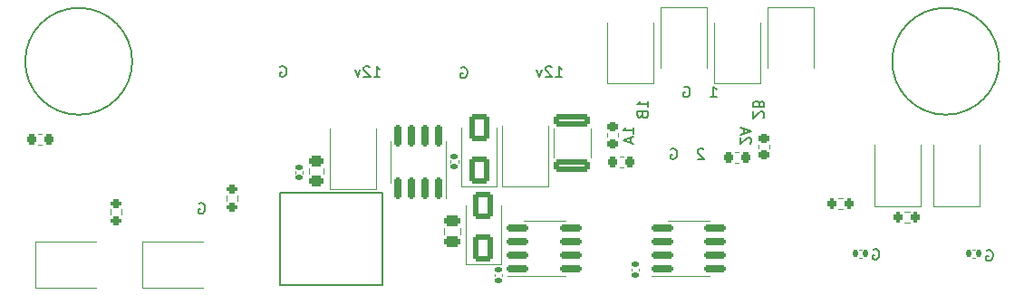
<source format=gbo>
G04 #@! TF.GenerationSoftware,KiCad,Pcbnew,7.0.2-6a45011f42~172~ubuntu22.04.1*
G04 #@! TF.CreationDate,2023-05-14T21:03:13-06:00*
G04 #@! TF.ProjectId,pole-node,706f6c65-2d6e-46f6-9465-2e6b69636164,rev?*
G04 #@! TF.SameCoordinates,Original*
G04 #@! TF.FileFunction,Legend,Bot*
G04 #@! TF.FilePolarity,Positive*
%FSLAX46Y46*%
G04 Gerber Fmt 4.6, Leading zero omitted, Abs format (unit mm)*
G04 Created by KiCad (PCBNEW 7.0.2-6a45011f42~172~ubuntu22.04.1) date 2023-05-14 21:03:13*
%MOMM*%
%LPD*%
G01*
G04 APERTURE LIST*
G04 Aperture macros list*
%AMRoundRect*
0 Rectangle with rounded corners*
0 $1 Rounding radius*
0 $2 $3 $4 $5 $6 $7 $8 $9 X,Y pos of 4 corners*
0 Add a 4 corners polygon primitive as box body*
4,1,4,$2,$3,$4,$5,$6,$7,$8,$9,$2,$3,0*
0 Add four circle primitives for the rounded corners*
1,1,$1+$1,$2,$3*
1,1,$1+$1,$4,$5*
1,1,$1+$1,$6,$7*
1,1,$1+$1,$8,$9*
0 Add four rect primitives between the rounded corners*
20,1,$1+$1,$2,$3,$4,$5,0*
20,1,$1+$1,$4,$5,$6,$7,0*
20,1,$1+$1,$6,$7,$8,$9,0*
20,1,$1+$1,$8,$9,$2,$3,0*%
G04 Aperture macros list end*
%ADD10C,0.150000*%
%ADD11C,0.120000*%
%ADD12RoundRect,0.150000X0.150000X-0.825000X0.150000X0.825000X-0.150000X0.825000X-0.150000X-0.825000X0*%
%ADD13O,6.030000X2.070000*%
%ADD14R,1.700000X1.700000*%
%ADD15O,1.700000X1.700000*%
%ADD16C,5.200000*%
%ADD17C,3.200000*%
%ADD18R,1.500000X1.500000*%
%ADD19C,1.500000*%
%ADD20R,2.000000X2.000000*%
%ADD21C,2.000000*%
%ADD22RoundRect,0.243750X0.456250X-0.243750X0.456250X0.243750X-0.456250X0.243750X-0.456250X-0.243750X0*%
%ADD23RoundRect,0.218750X0.256250X-0.218750X0.256250X0.218750X-0.256250X0.218750X-0.256250X-0.218750X0*%
%ADD24RoundRect,0.140000X0.170000X-0.140000X0.170000X0.140000X-0.170000X0.140000X-0.170000X-0.140000X0*%
%ADD25RoundRect,0.250000X0.650000X-1.000000X0.650000X1.000000X-0.650000X1.000000X-0.650000X-1.000000X0*%
%ADD26R,2.400000X3.500000*%
%ADD27RoundRect,0.218750X0.218750X0.256250X-0.218750X0.256250X-0.218750X-0.256250X0.218750X-0.256250X0*%
%ADD28RoundRect,0.218750X-0.256250X0.218750X-0.256250X-0.218750X0.256250X-0.218750X0.256250X0.218750X0*%
%ADD29RoundRect,0.218750X-0.218750X-0.256250X0.218750X-0.256250X0.218750X0.256250X-0.218750X0.256250X0*%
%ADD30RoundRect,0.150000X-0.825000X-0.150000X0.825000X-0.150000X0.825000X0.150000X-0.825000X0.150000X0*%
%ADD31R,2.300000X2.500000*%
%ADD32RoundRect,0.140000X-0.140000X-0.170000X0.140000X-0.170000X0.140000X0.170000X-0.140000X0.170000X0*%
%ADD33R,2.500000X2.300000*%
%ADD34RoundRect,0.200000X-0.275000X0.200000X-0.275000X-0.200000X0.275000X-0.200000X0.275000X0.200000X0*%
%ADD35RoundRect,0.200000X0.200000X0.275000X-0.200000X0.275000X-0.200000X-0.275000X0.200000X-0.275000X0*%
%ADD36RoundRect,0.250000X-0.475000X0.250000X-0.475000X-0.250000X0.475000X-0.250000X0.475000X0.250000X0*%
%ADD37RoundRect,0.200000X0.275000X-0.200000X0.275000X0.200000X-0.275000X0.200000X-0.275000X-0.200000X0*%
%ADD38RoundRect,0.250000X-1.450000X0.312500X-1.450000X-0.312500X1.450000X-0.312500X1.450000X0.312500X0*%
G04 APERTURE END LIST*
D10*
X128338095Y-73710238D02*
X128433333Y-73662619D01*
X128433333Y-73662619D02*
X128576190Y-73662619D01*
X128576190Y-73662619D02*
X128719047Y-73710238D01*
X128719047Y-73710238D02*
X128814285Y-73805476D01*
X128814285Y-73805476D02*
X128861904Y-73900714D01*
X128861904Y-73900714D02*
X128909523Y-74091190D01*
X128909523Y-74091190D02*
X128909523Y-74234047D01*
X128909523Y-74234047D02*
X128861904Y-74424523D01*
X128861904Y-74424523D02*
X128814285Y-74519761D01*
X128814285Y-74519761D02*
X128719047Y-74615000D01*
X128719047Y-74615000D02*
X128576190Y-74662619D01*
X128576190Y-74662619D02*
X128480952Y-74662619D01*
X128480952Y-74662619D02*
X128338095Y-74615000D01*
X128338095Y-74615000D02*
X128290476Y-74567380D01*
X128290476Y-74567380D02*
X128290476Y-74234047D01*
X128290476Y-74234047D02*
X128480952Y-74234047D01*
X117738095Y-73610238D02*
X117833333Y-73562619D01*
X117833333Y-73562619D02*
X117976190Y-73562619D01*
X117976190Y-73562619D02*
X118119047Y-73610238D01*
X118119047Y-73610238D02*
X118214285Y-73705476D01*
X118214285Y-73705476D02*
X118261904Y-73800714D01*
X118261904Y-73800714D02*
X118309523Y-73991190D01*
X118309523Y-73991190D02*
X118309523Y-74134047D01*
X118309523Y-74134047D02*
X118261904Y-74324523D01*
X118261904Y-74324523D02*
X118214285Y-74419761D01*
X118214285Y-74419761D02*
X118119047Y-74515000D01*
X118119047Y-74515000D02*
X117976190Y-74562619D01*
X117976190Y-74562619D02*
X117880952Y-74562619D01*
X117880952Y-74562619D02*
X117738095Y-74515000D01*
X117738095Y-74515000D02*
X117690476Y-74467380D01*
X117690476Y-74467380D02*
X117690476Y-74134047D01*
X117690476Y-74134047D02*
X117880952Y-74134047D01*
X54738095Y-69310238D02*
X54833333Y-69262619D01*
X54833333Y-69262619D02*
X54976190Y-69262619D01*
X54976190Y-69262619D02*
X55119047Y-69310238D01*
X55119047Y-69310238D02*
X55214285Y-69405476D01*
X55214285Y-69405476D02*
X55261904Y-69500714D01*
X55261904Y-69500714D02*
X55309523Y-69691190D01*
X55309523Y-69691190D02*
X55309523Y-69834047D01*
X55309523Y-69834047D02*
X55261904Y-70024523D01*
X55261904Y-70024523D02*
X55214285Y-70119761D01*
X55214285Y-70119761D02*
X55119047Y-70215000D01*
X55119047Y-70215000D02*
X54976190Y-70262619D01*
X54976190Y-70262619D02*
X54880952Y-70262619D01*
X54880952Y-70262619D02*
X54738095Y-70215000D01*
X54738095Y-70215000D02*
X54690476Y-70167380D01*
X54690476Y-70167380D02*
X54690476Y-69834047D01*
X54690476Y-69834047D02*
X54880952Y-69834047D01*
X98838095Y-64210238D02*
X98933333Y-64162619D01*
X98933333Y-64162619D02*
X99076190Y-64162619D01*
X99076190Y-64162619D02*
X99219047Y-64210238D01*
X99219047Y-64210238D02*
X99314285Y-64305476D01*
X99314285Y-64305476D02*
X99361904Y-64400714D01*
X99361904Y-64400714D02*
X99409523Y-64591190D01*
X99409523Y-64591190D02*
X99409523Y-64734047D01*
X99409523Y-64734047D02*
X99361904Y-64924523D01*
X99361904Y-64924523D02*
X99314285Y-65019761D01*
X99314285Y-65019761D02*
X99219047Y-65115000D01*
X99219047Y-65115000D02*
X99076190Y-65162619D01*
X99076190Y-65162619D02*
X98980952Y-65162619D01*
X98980952Y-65162619D02*
X98838095Y-65115000D01*
X98838095Y-65115000D02*
X98790476Y-65067380D01*
X98790476Y-65067380D02*
X98790476Y-64734047D01*
X98790476Y-64734047D02*
X98980952Y-64734047D01*
X102514285Y-59362619D02*
X103085713Y-59362619D01*
X102799999Y-59362619D02*
X102799999Y-58362619D01*
X102799999Y-58362619D02*
X102895237Y-58505476D01*
X102895237Y-58505476D02*
X102990475Y-58600714D01*
X102990475Y-58600714D02*
X103085713Y-58648333D01*
X71071428Y-57462619D02*
X71642856Y-57462619D01*
X71357142Y-57462619D02*
X71357142Y-56462619D01*
X71357142Y-56462619D02*
X71452380Y-56605476D01*
X71452380Y-56605476D02*
X71547618Y-56700714D01*
X71547618Y-56700714D02*
X71642856Y-56748333D01*
X70690475Y-56557857D02*
X70642856Y-56510238D01*
X70642856Y-56510238D02*
X70547618Y-56462619D01*
X70547618Y-56462619D02*
X70309523Y-56462619D01*
X70309523Y-56462619D02*
X70214285Y-56510238D01*
X70214285Y-56510238D02*
X70166666Y-56557857D01*
X70166666Y-56557857D02*
X70119047Y-56653095D01*
X70119047Y-56653095D02*
X70119047Y-56748333D01*
X70119047Y-56748333D02*
X70166666Y-56891190D01*
X70166666Y-56891190D02*
X70738094Y-57462619D01*
X70738094Y-57462619D02*
X70119047Y-57462619D01*
X69785713Y-56795952D02*
X69547618Y-57462619D01*
X69547618Y-57462619D02*
X69309523Y-56795952D01*
X95362619Y-62757142D02*
X95362619Y-62185714D01*
X95362619Y-62471428D02*
X94362619Y-62471428D01*
X94362619Y-62471428D02*
X94505476Y-62376190D01*
X94505476Y-62376190D02*
X94600714Y-62280952D01*
X94600714Y-62280952D02*
X94648333Y-62185714D01*
X95076904Y-63138095D02*
X95076904Y-63614285D01*
X95362619Y-63042857D02*
X94362619Y-63376190D01*
X94362619Y-63376190D02*
X95362619Y-63709523D01*
X100038095Y-58410238D02*
X100133333Y-58362619D01*
X100133333Y-58362619D02*
X100276190Y-58362619D01*
X100276190Y-58362619D02*
X100419047Y-58410238D01*
X100419047Y-58410238D02*
X100514285Y-58505476D01*
X100514285Y-58505476D02*
X100561904Y-58600714D01*
X100561904Y-58600714D02*
X100609523Y-58791190D01*
X100609523Y-58791190D02*
X100609523Y-58934047D01*
X100609523Y-58934047D02*
X100561904Y-59124523D01*
X100561904Y-59124523D02*
X100514285Y-59219761D01*
X100514285Y-59219761D02*
X100419047Y-59315000D01*
X100419047Y-59315000D02*
X100276190Y-59362619D01*
X100276190Y-59362619D02*
X100180952Y-59362619D01*
X100180952Y-59362619D02*
X100038095Y-59315000D01*
X100038095Y-59315000D02*
X99990476Y-59267380D01*
X99990476Y-59267380D02*
X99990476Y-58934047D01*
X99990476Y-58934047D02*
X100180952Y-58934047D01*
X96662619Y-60285714D02*
X96662619Y-59714286D01*
X96662619Y-60000000D02*
X95662619Y-60000000D01*
X95662619Y-60000000D02*
X95805476Y-59904762D01*
X95805476Y-59904762D02*
X95900714Y-59809524D01*
X95900714Y-59809524D02*
X95948333Y-59714286D01*
X96138809Y-61047619D02*
X96186428Y-61190476D01*
X96186428Y-61190476D02*
X96234047Y-61238095D01*
X96234047Y-61238095D02*
X96329285Y-61285714D01*
X96329285Y-61285714D02*
X96472142Y-61285714D01*
X96472142Y-61285714D02*
X96567380Y-61238095D01*
X96567380Y-61238095D02*
X96615000Y-61190476D01*
X96615000Y-61190476D02*
X96662619Y-61095238D01*
X96662619Y-61095238D02*
X96662619Y-60714286D01*
X96662619Y-60714286D02*
X95662619Y-60714286D01*
X95662619Y-60714286D02*
X95662619Y-61047619D01*
X95662619Y-61047619D02*
X95710238Y-61142857D01*
X95710238Y-61142857D02*
X95757857Y-61190476D01*
X95757857Y-61190476D02*
X95853095Y-61238095D01*
X95853095Y-61238095D02*
X95948333Y-61238095D01*
X95948333Y-61238095D02*
X96043571Y-61190476D01*
X96043571Y-61190476D02*
X96091190Y-61142857D01*
X96091190Y-61142857D02*
X96138809Y-61047619D01*
X96138809Y-61047619D02*
X96138809Y-60714286D01*
X106242142Y-63714285D02*
X106289761Y-63666666D01*
X106289761Y-63666666D02*
X106337380Y-63571428D01*
X106337380Y-63571428D02*
X106337380Y-63333333D01*
X106337380Y-63333333D02*
X106289761Y-63238095D01*
X106289761Y-63238095D02*
X106242142Y-63190476D01*
X106242142Y-63190476D02*
X106146904Y-63142857D01*
X106146904Y-63142857D02*
X106051666Y-63142857D01*
X106051666Y-63142857D02*
X105908809Y-63190476D01*
X105908809Y-63190476D02*
X105337380Y-63761904D01*
X105337380Y-63761904D02*
X105337380Y-63142857D01*
X105623095Y-62761904D02*
X105623095Y-62285714D01*
X105337380Y-62857142D02*
X106337380Y-62523809D01*
X106337380Y-62523809D02*
X105337380Y-62190476D01*
X62338095Y-56510238D02*
X62433333Y-56462619D01*
X62433333Y-56462619D02*
X62576190Y-56462619D01*
X62576190Y-56462619D02*
X62719047Y-56510238D01*
X62719047Y-56510238D02*
X62814285Y-56605476D01*
X62814285Y-56605476D02*
X62861904Y-56700714D01*
X62861904Y-56700714D02*
X62909523Y-56891190D01*
X62909523Y-56891190D02*
X62909523Y-57034047D01*
X62909523Y-57034047D02*
X62861904Y-57224523D01*
X62861904Y-57224523D02*
X62814285Y-57319761D01*
X62814285Y-57319761D02*
X62719047Y-57415000D01*
X62719047Y-57415000D02*
X62576190Y-57462619D01*
X62576190Y-57462619D02*
X62480952Y-57462619D01*
X62480952Y-57462619D02*
X62338095Y-57415000D01*
X62338095Y-57415000D02*
X62290476Y-57367380D01*
X62290476Y-57367380D02*
X62290476Y-57034047D01*
X62290476Y-57034047D02*
X62480952Y-57034047D01*
X101885713Y-64257857D02*
X101838094Y-64210238D01*
X101838094Y-64210238D02*
X101742856Y-64162619D01*
X101742856Y-64162619D02*
X101504761Y-64162619D01*
X101504761Y-64162619D02*
X101409523Y-64210238D01*
X101409523Y-64210238D02*
X101361904Y-64257857D01*
X101361904Y-64257857D02*
X101314285Y-64353095D01*
X101314285Y-64353095D02*
X101314285Y-64448333D01*
X101314285Y-64448333D02*
X101361904Y-64591190D01*
X101361904Y-64591190D02*
X101933332Y-65162619D01*
X101933332Y-65162619D02*
X101314285Y-65162619D01*
X107442142Y-61285713D02*
X107489761Y-61238094D01*
X107489761Y-61238094D02*
X107537380Y-61142856D01*
X107537380Y-61142856D02*
X107537380Y-60904761D01*
X107537380Y-60904761D02*
X107489761Y-60809523D01*
X107489761Y-60809523D02*
X107442142Y-60761904D01*
X107442142Y-60761904D02*
X107346904Y-60714285D01*
X107346904Y-60714285D02*
X107251666Y-60714285D01*
X107251666Y-60714285D02*
X107108809Y-60761904D01*
X107108809Y-60761904D02*
X106537380Y-61333332D01*
X106537380Y-61333332D02*
X106537380Y-60714285D01*
X107061190Y-59952380D02*
X107013571Y-59809523D01*
X107013571Y-59809523D02*
X106965952Y-59761904D01*
X106965952Y-59761904D02*
X106870714Y-59714285D01*
X106870714Y-59714285D02*
X106727857Y-59714285D01*
X106727857Y-59714285D02*
X106632619Y-59761904D01*
X106632619Y-59761904D02*
X106585000Y-59809523D01*
X106585000Y-59809523D02*
X106537380Y-59904761D01*
X106537380Y-59904761D02*
X106537380Y-60285713D01*
X106537380Y-60285713D02*
X107537380Y-60285713D01*
X107537380Y-60285713D02*
X107537380Y-59952380D01*
X107537380Y-59952380D02*
X107489761Y-59857142D01*
X107489761Y-59857142D02*
X107442142Y-59809523D01*
X107442142Y-59809523D02*
X107346904Y-59761904D01*
X107346904Y-59761904D02*
X107251666Y-59761904D01*
X107251666Y-59761904D02*
X107156428Y-59809523D01*
X107156428Y-59809523D02*
X107108809Y-59857142D01*
X107108809Y-59857142D02*
X107061190Y-59952380D01*
X107061190Y-59952380D02*
X107061190Y-60285713D01*
X88071428Y-57462619D02*
X88642856Y-57462619D01*
X88357142Y-57462619D02*
X88357142Y-56462619D01*
X88357142Y-56462619D02*
X88452380Y-56605476D01*
X88452380Y-56605476D02*
X88547618Y-56700714D01*
X88547618Y-56700714D02*
X88642856Y-56748333D01*
X87690475Y-56557857D02*
X87642856Y-56510238D01*
X87642856Y-56510238D02*
X87547618Y-56462619D01*
X87547618Y-56462619D02*
X87309523Y-56462619D01*
X87309523Y-56462619D02*
X87214285Y-56510238D01*
X87214285Y-56510238D02*
X87166666Y-56557857D01*
X87166666Y-56557857D02*
X87119047Y-56653095D01*
X87119047Y-56653095D02*
X87119047Y-56748333D01*
X87119047Y-56748333D02*
X87166666Y-56891190D01*
X87166666Y-56891190D02*
X87738094Y-57462619D01*
X87738094Y-57462619D02*
X87119047Y-57462619D01*
X86785713Y-56795952D02*
X86547618Y-57462619D01*
X86547618Y-57462619D02*
X86309523Y-56795952D01*
X79238095Y-56610238D02*
X79333333Y-56562619D01*
X79333333Y-56562619D02*
X79476190Y-56562619D01*
X79476190Y-56562619D02*
X79619047Y-56610238D01*
X79619047Y-56610238D02*
X79714285Y-56705476D01*
X79714285Y-56705476D02*
X79761904Y-56800714D01*
X79761904Y-56800714D02*
X79809523Y-56991190D01*
X79809523Y-56991190D02*
X79809523Y-57134047D01*
X79809523Y-57134047D02*
X79761904Y-57324523D01*
X79761904Y-57324523D02*
X79714285Y-57419761D01*
X79714285Y-57419761D02*
X79619047Y-57515000D01*
X79619047Y-57515000D02*
X79476190Y-57562619D01*
X79476190Y-57562619D02*
X79380952Y-57562619D01*
X79380952Y-57562619D02*
X79238095Y-57515000D01*
X79238095Y-57515000D02*
X79190476Y-57467380D01*
X79190476Y-57467380D02*
X79190476Y-57134047D01*
X79190476Y-57134047D02*
X79380952Y-57134047D01*
D11*
X77760000Y-65400000D02*
X77760000Y-63450000D01*
X72640000Y-65400000D02*
X72640000Y-63450000D01*
X77760000Y-65400000D02*
X77760000Y-68850000D01*
X72640000Y-65400000D02*
X72640000Y-67350000D01*
D10*
X129500000Y-56000000D02*
G75*
G03*
X129500000Y-56000000I-5000000J0D01*
G01*
X48500000Y-56000000D02*
G75*
G03*
X48500000Y-56000000I-5000000J0D01*
G01*
D11*
X64990000Y-66558578D02*
X64990000Y-66041422D01*
X66410000Y-66558578D02*
X66410000Y-66041422D01*
X92890000Y-63062779D02*
X92890000Y-62737221D01*
X93910000Y-63062779D02*
X93910000Y-62737221D01*
X82340000Y-76107836D02*
X82340000Y-75892164D01*
X83060000Y-76107836D02*
X83060000Y-75892164D01*
X95140000Y-75607836D02*
X95140000Y-75392164D01*
X95860000Y-75607836D02*
X95860000Y-75392164D01*
X79650000Y-75010000D02*
X79650000Y-69500000D01*
X82950000Y-75010000D02*
X79650000Y-75010000D01*
X82950000Y-75010000D02*
X82950000Y-69500000D01*
D10*
X71900000Y-68300000D02*
X62300000Y-68300000D01*
X62300000Y-68300000D02*
X62300000Y-76900000D01*
X62300000Y-76900000D02*
X71900000Y-76900000D01*
X71900000Y-76900000D02*
X71900000Y-68300000D01*
D11*
X94362779Y-65910000D02*
X94037221Y-65910000D01*
X94362779Y-64890000D02*
X94037221Y-64890000D01*
X108010000Y-63837221D02*
X108010000Y-64162779D01*
X106990000Y-63837221D02*
X106990000Y-64162779D01*
X39737221Y-62790000D02*
X40062779Y-62790000D01*
X39737221Y-63810000D02*
X40062779Y-63810000D01*
X87000000Y-70940000D02*
X85050000Y-70940000D01*
X87000000Y-70940000D02*
X88950000Y-70940000D01*
X87000000Y-76060000D02*
X83550000Y-76060000D01*
X87000000Y-76060000D02*
X88950000Y-76060000D01*
X100500000Y-70940000D02*
X98550000Y-70940000D01*
X100500000Y-70940000D02*
X102450000Y-70940000D01*
X100500000Y-76060000D02*
X97050000Y-76060000D01*
X100500000Y-76060000D02*
X102450000Y-76060000D01*
X123350000Y-69550000D02*
X123350000Y-63850000D01*
X127650000Y-69550000D02*
X123350000Y-69550000D01*
X127650000Y-69550000D02*
X127650000Y-63850000D01*
X127012164Y-73640000D02*
X127227836Y-73640000D01*
X127012164Y-74360000D02*
X127227836Y-74360000D01*
X63740000Y-66507836D02*
X63740000Y-66292164D01*
X64460000Y-66507836D02*
X64460000Y-66292164D01*
X102150000Y-50950000D02*
X102150000Y-56650000D01*
X97850000Y-50950000D02*
X102150000Y-50950000D01*
X97850000Y-50950000D02*
X97850000Y-56650000D01*
X83050000Y-67750000D02*
X83050000Y-62050000D01*
X87350000Y-67750000D02*
X83050000Y-67750000D01*
X87350000Y-67750000D02*
X87350000Y-62050000D01*
X39450000Y-72850000D02*
X45150000Y-72850000D01*
X39450000Y-77150000D02*
X39450000Y-72850000D01*
X39450000Y-77150000D02*
X45150000Y-77150000D01*
X49450000Y-72850000D02*
X55150000Y-72850000D01*
X49450000Y-77150000D02*
X49450000Y-72850000D01*
X49450000Y-77150000D02*
X55150000Y-77150000D01*
X66950000Y-67950000D02*
X66950000Y-62250000D01*
X71250000Y-67950000D02*
X66950000Y-67950000D01*
X71250000Y-67950000D02*
X71250000Y-62250000D01*
X116412164Y-73640000D02*
X116627836Y-73640000D01*
X116412164Y-74360000D02*
X116627836Y-74360000D01*
X92850000Y-58050000D02*
X92850000Y-52350000D01*
X97150000Y-58050000D02*
X92850000Y-58050000D01*
X97150000Y-58050000D02*
X97150000Y-52350000D01*
X112150000Y-50950000D02*
X112150000Y-56650000D01*
X107850000Y-50950000D02*
X112150000Y-50950000D01*
X107850000Y-50950000D02*
X107850000Y-56650000D01*
X102850000Y-58050000D02*
X102850000Y-52350000D01*
X107150000Y-58050000D02*
X102850000Y-58050000D01*
X107150000Y-58050000D02*
X107150000Y-52350000D01*
X117850000Y-69550000D02*
X117850000Y-63850000D01*
X122150000Y-69550000D02*
X117850000Y-69550000D01*
X122150000Y-69550000D02*
X122150000Y-63850000D01*
X105162779Y-65510000D02*
X104837221Y-65510000D01*
X105162779Y-64490000D02*
X104837221Y-64490000D01*
X47522500Y-69862742D02*
X47522500Y-70337258D01*
X46477500Y-69862742D02*
X46477500Y-70337258D01*
X79250000Y-67710000D02*
X79250000Y-62200000D01*
X82550000Y-67710000D02*
X79250000Y-67710000D01*
X82550000Y-67710000D02*
X82550000Y-62200000D01*
X114912258Y-69822500D02*
X114437742Y-69822500D01*
X114912258Y-68777500D02*
X114437742Y-68777500D01*
X79135000Y-71638748D02*
X79135000Y-72161252D01*
X77665000Y-71638748D02*
X77665000Y-72161252D01*
X57277500Y-69037258D02*
X57277500Y-68562742D01*
X58322500Y-69037258D02*
X58322500Y-68562742D01*
X121112258Y-71122500D02*
X120637742Y-71122500D01*
X121112258Y-70077500D02*
X120637742Y-70077500D01*
X91310000Y-62251248D02*
X91310000Y-65023752D01*
X87890000Y-62251248D02*
X87890000Y-65023752D01*
X78240000Y-65507836D02*
X78240000Y-65292164D01*
X78960000Y-65507836D02*
X78960000Y-65292164D01*
%LPC*%
D12*
X77105000Y-67875000D03*
X75835000Y-67875000D03*
X74565000Y-67875000D03*
X73295000Y-67875000D03*
X73295000Y-62925000D03*
X74565000Y-62925000D03*
X75835000Y-62925000D03*
X77105000Y-62925000D03*
D13*
X70450000Y-58910000D03*
X62550000Y-58910000D03*
D14*
X55000000Y-71500000D03*
D15*
X52460000Y-71500000D03*
X49920000Y-71500000D03*
D14*
X118000000Y-72000000D03*
D15*
X115460000Y-72000000D03*
X112920000Y-72000000D03*
D14*
X128500000Y-72000000D03*
D15*
X125960000Y-72000000D03*
X123420000Y-72000000D03*
D16*
X124500000Y-56000000D03*
D17*
X95230000Y-69350000D03*
X106660000Y-69350000D03*
D18*
X96500000Y-63000000D03*
D19*
X97770000Y-60460000D03*
X99040000Y-63000000D03*
X100310000Y-60460000D03*
X101580000Y-63000000D03*
X102850000Y-60460000D03*
X104120000Y-63000000D03*
X105390000Y-60460000D03*
D14*
X45000000Y-71500000D03*
D15*
X42460000Y-71500000D03*
X39920000Y-71500000D03*
D20*
X115000000Y-65500000D03*
D21*
X115000000Y-60500000D03*
D20*
X52500000Y-65000000D03*
D21*
X52500000Y-60000000D03*
D13*
X87450000Y-59000000D03*
X79550000Y-59000000D03*
D16*
X43500000Y-56000000D03*
D22*
X65700000Y-67237500D03*
X65700000Y-65362500D03*
D23*
X93400000Y-63687500D03*
X93400000Y-62112500D03*
D24*
X82700000Y-76480000D03*
X82700000Y-75520000D03*
X95500000Y-75980000D03*
X95500000Y-75020000D03*
D25*
X81300000Y-73500000D03*
X81300000Y-69500000D03*
D26*
X70550000Y-72600000D03*
X63650000Y-72600000D03*
D27*
X94987500Y-65400000D03*
X93412500Y-65400000D03*
D28*
X107500000Y-63212500D03*
X107500000Y-64787500D03*
D29*
X39112500Y-63300000D03*
X40687500Y-63300000D03*
D30*
X84525000Y-75405000D03*
X84525000Y-74135000D03*
X84525000Y-72865000D03*
X84525000Y-71595000D03*
X89475000Y-71595000D03*
X89475000Y-72865000D03*
X89475000Y-74135000D03*
X89475000Y-75405000D03*
X98025000Y-75405000D03*
X98025000Y-74135000D03*
X98025000Y-72865000D03*
X98025000Y-71595000D03*
X102975000Y-71595000D03*
X102975000Y-72865000D03*
X102975000Y-74135000D03*
X102975000Y-75405000D03*
D31*
X125500000Y-68150000D03*
X125500000Y-63850000D03*
D32*
X126640000Y-74000000D03*
X127600000Y-74000000D03*
D24*
X64100000Y-66880000D03*
X64100000Y-65920000D03*
D31*
X100000000Y-52350000D03*
X100000000Y-56650000D03*
X85200000Y-66350000D03*
X85200000Y-62050000D03*
D33*
X40850000Y-75000000D03*
X45150000Y-75000000D03*
X50850000Y-75000000D03*
X55150000Y-75000000D03*
D31*
X69100000Y-66550000D03*
X69100000Y-62250000D03*
D32*
X116040000Y-74000000D03*
X117000000Y-74000000D03*
D31*
X95000000Y-56650000D03*
X95000000Y-52350000D03*
X110000000Y-52350000D03*
X110000000Y-56650000D03*
X105000000Y-56650000D03*
X105000000Y-52350000D03*
X120000000Y-68150000D03*
X120000000Y-63850000D03*
D27*
X105787500Y-65000000D03*
X104212500Y-65000000D03*
D34*
X47000000Y-69275000D03*
X47000000Y-70925000D03*
D25*
X80900000Y-66200000D03*
X80900000Y-62200000D03*
D35*
X115500000Y-69300000D03*
X113850000Y-69300000D03*
D36*
X78400000Y-70950000D03*
X78400000Y-72850000D03*
D37*
X57800000Y-69625000D03*
X57800000Y-67975000D03*
D35*
X121700000Y-70600000D03*
X120050000Y-70600000D03*
D38*
X89600000Y-61500000D03*
X89600000Y-65775000D03*
D24*
X78600000Y-65880000D03*
X78600000Y-64920000D03*
%LPD*%
M02*

</source>
